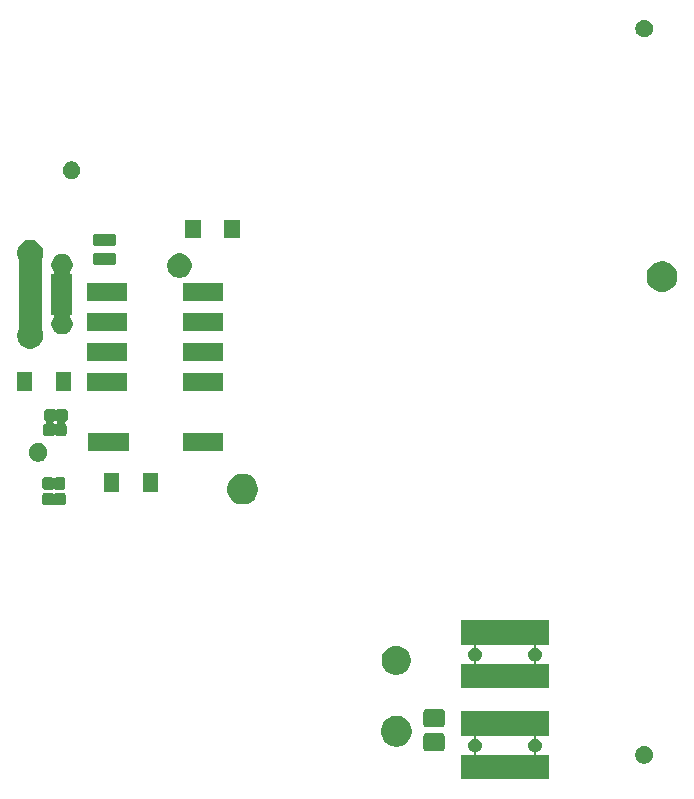
<source format=gbr>
G04 #@! TF.GenerationSoftware,KiCad,Pcbnew,5.1.6+dfsg1-1~bpo10+1*
G04 #@! TF.CreationDate,2021-03-28T20:23:35-04:00*
G04 #@! TF.ProjectId,RUSP_Daughterboard,52555350-5f44-4617-9567-68746572626f,rev?*
G04 #@! TF.SameCoordinates,Original*
G04 #@! TF.FileFunction,Soldermask,Bot*
G04 #@! TF.FilePolarity,Negative*
%FSLAX46Y46*%
G04 Gerber Fmt 4.6, Leading zero omitted, Abs format (unit mm)*
G04 Created by KiCad (PCBNEW 5.1.6+dfsg1-1~bpo10+1) date 2021-03-28 20:23:35*
%MOMM*%
%LPD*%
G01*
G04 APERTURE LIST*
%ADD10C,0.100000*%
G04 APERTURE END LIST*
D10*
G36*
X166945000Y-134397500D02*
G01*
X165946619Y-134397500D01*
X165922233Y-134399902D01*
X165898784Y-134407015D01*
X165877173Y-134418566D01*
X165858231Y-134434111D01*
X165842686Y-134453053D01*
X165831135Y-134474664D01*
X165824022Y-134498113D01*
X165821620Y-134522499D01*
X165824022Y-134546885D01*
X165831135Y-134570334D01*
X165842686Y-134591945D01*
X165858231Y-134610887D01*
X165877173Y-134626432D01*
X165898784Y-134637983D01*
X165909179Y-134642289D01*
X165909180Y-134642289D01*
X166014733Y-134686011D01*
X166109728Y-134749485D01*
X166190515Y-134830272D01*
X166253990Y-134925269D01*
X166297711Y-135030821D01*
X166320000Y-135142874D01*
X166320000Y-135257126D01*
X166315684Y-135278822D01*
X166297711Y-135369180D01*
X166253989Y-135474733D01*
X166190515Y-135569728D01*
X166109728Y-135650515D01*
X166014733Y-135713989D01*
X166014732Y-135713990D01*
X166014731Y-135713990D01*
X165898784Y-135762017D01*
X165877173Y-135773568D01*
X165858231Y-135789113D01*
X165842686Y-135808055D01*
X165831135Y-135829666D01*
X165824022Y-135853115D01*
X165821620Y-135877501D01*
X165824022Y-135901887D01*
X165831135Y-135925336D01*
X165842686Y-135946947D01*
X165858231Y-135965889D01*
X165877173Y-135981434D01*
X165898784Y-135992985D01*
X165922233Y-136000098D01*
X165946619Y-136002500D01*
X166945000Y-136002500D01*
X166945000Y-138077500D01*
X159455000Y-138077500D01*
X159455000Y-136002500D01*
X160453381Y-136002500D01*
X160477767Y-136000098D01*
X160501216Y-135992985D01*
X160522827Y-135981434D01*
X160541769Y-135965889D01*
X160557314Y-135946947D01*
X160568865Y-135925336D01*
X160575978Y-135901887D01*
X160578380Y-135877501D01*
X160575978Y-135853115D01*
X160568865Y-135829666D01*
X160557314Y-135808055D01*
X160541769Y-135789113D01*
X160522827Y-135773568D01*
X160501216Y-135762017D01*
X160385269Y-135713990D01*
X160385268Y-135713990D01*
X160385267Y-135713989D01*
X160290272Y-135650515D01*
X160209485Y-135569728D01*
X160146011Y-135474733D01*
X160102289Y-135369180D01*
X160084316Y-135278822D01*
X160080000Y-135257126D01*
X160080000Y-135142874D01*
X160102289Y-135030821D01*
X160146010Y-134925269D01*
X160209485Y-134830272D01*
X160290272Y-134749485D01*
X160385267Y-134686011D01*
X160490820Y-134642289D01*
X160490821Y-134642289D01*
X160501216Y-134637983D01*
X160522827Y-134626432D01*
X160541769Y-134610887D01*
X160557314Y-134591945D01*
X160568865Y-134570334D01*
X160575978Y-134546885D01*
X160578380Y-134522499D01*
X160741620Y-134522499D01*
X160744022Y-134546885D01*
X160751135Y-134570334D01*
X160762686Y-134591945D01*
X160778231Y-134610887D01*
X160797173Y-134626432D01*
X160818784Y-134637983D01*
X160829179Y-134642289D01*
X160829180Y-134642289D01*
X160934733Y-134686011D01*
X161029728Y-134749485D01*
X161110515Y-134830272D01*
X161173990Y-134925269D01*
X161217711Y-135030821D01*
X161240000Y-135142874D01*
X161240000Y-135257126D01*
X161235684Y-135278822D01*
X161217711Y-135369180D01*
X161173989Y-135474733D01*
X161110515Y-135569728D01*
X161029728Y-135650515D01*
X160934733Y-135713989D01*
X160934732Y-135713990D01*
X160934731Y-135713990D01*
X160818784Y-135762017D01*
X160797173Y-135773568D01*
X160778231Y-135789113D01*
X160762686Y-135808055D01*
X160751135Y-135829666D01*
X160744022Y-135853115D01*
X160741620Y-135877501D01*
X160744022Y-135901887D01*
X160751135Y-135925336D01*
X160762686Y-135946947D01*
X160778231Y-135965889D01*
X160797173Y-135981434D01*
X160818784Y-135992985D01*
X160842233Y-136000098D01*
X160866619Y-136002500D01*
X165533381Y-136002500D01*
X165557767Y-136000098D01*
X165581216Y-135992985D01*
X165602827Y-135981434D01*
X165621769Y-135965889D01*
X165637314Y-135946947D01*
X165648865Y-135925336D01*
X165655978Y-135901887D01*
X165658380Y-135877501D01*
X165655978Y-135853115D01*
X165648865Y-135829666D01*
X165637314Y-135808055D01*
X165621769Y-135789113D01*
X165602827Y-135773568D01*
X165581216Y-135762017D01*
X165465269Y-135713990D01*
X165465268Y-135713990D01*
X165465267Y-135713989D01*
X165370272Y-135650515D01*
X165289485Y-135569728D01*
X165226011Y-135474733D01*
X165182289Y-135369180D01*
X165164316Y-135278822D01*
X165160000Y-135257126D01*
X165160000Y-135142874D01*
X165182289Y-135030821D01*
X165226010Y-134925269D01*
X165289485Y-134830272D01*
X165370272Y-134749485D01*
X165465267Y-134686011D01*
X165570820Y-134642289D01*
X165570821Y-134642289D01*
X165581216Y-134637983D01*
X165602827Y-134626432D01*
X165621769Y-134610887D01*
X165637314Y-134591945D01*
X165648865Y-134570334D01*
X165655978Y-134546885D01*
X165658380Y-134522499D01*
X165655978Y-134498113D01*
X165648865Y-134474664D01*
X165637314Y-134453053D01*
X165621769Y-134434111D01*
X165602827Y-134418566D01*
X165581216Y-134407015D01*
X165557767Y-134399902D01*
X165533381Y-134397500D01*
X160866619Y-134397500D01*
X160842233Y-134399902D01*
X160818784Y-134407015D01*
X160797173Y-134418566D01*
X160778231Y-134434111D01*
X160762686Y-134453053D01*
X160751135Y-134474664D01*
X160744022Y-134498113D01*
X160741620Y-134522499D01*
X160578380Y-134522499D01*
X160575978Y-134498113D01*
X160568865Y-134474664D01*
X160557314Y-134453053D01*
X160541769Y-134434111D01*
X160522827Y-134418566D01*
X160501216Y-134407015D01*
X160477767Y-134399902D01*
X160453381Y-134397500D01*
X159455000Y-134397500D01*
X159455000Y-132322500D01*
X166945000Y-132322500D01*
X166945000Y-134397500D01*
G37*
G36*
X175218766Y-135278821D02*
G01*
X175355257Y-135335358D01*
X175478097Y-135417437D01*
X175582563Y-135521903D01*
X175664642Y-135644743D01*
X175721179Y-135781234D01*
X175750000Y-135926130D01*
X175750000Y-136073870D01*
X175721179Y-136218766D01*
X175664642Y-136355257D01*
X175582563Y-136478097D01*
X175478097Y-136582563D01*
X175355257Y-136664642D01*
X175218766Y-136721179D01*
X175073870Y-136750000D01*
X174926130Y-136750000D01*
X174781234Y-136721179D01*
X174644743Y-136664642D01*
X174521903Y-136582563D01*
X174417437Y-136478097D01*
X174335358Y-136355257D01*
X174278821Y-136218766D01*
X174250000Y-136073870D01*
X174250000Y-135926130D01*
X174278821Y-135781234D01*
X174335358Y-135644743D01*
X174417437Y-135521903D01*
X174521903Y-135417437D01*
X174644743Y-135335358D01*
X174781234Y-135278821D01*
X174926130Y-135250000D01*
X175073870Y-135250000D01*
X175218766Y-135278821D01*
G37*
G36*
X157885529Y-134155710D02*
G01*
X157935378Y-134170831D01*
X157981310Y-134195382D01*
X158021574Y-134228426D01*
X158054618Y-134268690D01*
X158079169Y-134314622D01*
X158094290Y-134364471D01*
X158100000Y-134422444D01*
X158100000Y-135427556D01*
X158094290Y-135485529D01*
X158079169Y-135535378D01*
X158054618Y-135581310D01*
X158021574Y-135621574D01*
X157981310Y-135654618D01*
X157935378Y-135679169D01*
X157885529Y-135694290D01*
X157827556Y-135700000D01*
X156572444Y-135700000D01*
X156514471Y-135694290D01*
X156464622Y-135679169D01*
X156418690Y-135654618D01*
X156378426Y-135621574D01*
X156345382Y-135581310D01*
X156320831Y-135535378D01*
X156305710Y-135485529D01*
X156300000Y-135427556D01*
X156300000Y-134422444D01*
X156305710Y-134364471D01*
X156320831Y-134314622D01*
X156345382Y-134268690D01*
X156378426Y-134228426D01*
X156418690Y-134195382D01*
X156464622Y-134170831D01*
X156514471Y-134155710D01*
X156572444Y-134150000D01*
X157827556Y-134150000D01*
X157885529Y-134155710D01*
G37*
G36*
X154253617Y-132724979D02*
G01*
X154379196Y-132749958D01*
X154615781Y-132847955D01*
X154828702Y-132990224D01*
X155009776Y-133171298D01*
X155152045Y-133384219D01*
X155250042Y-133620804D01*
X155300000Y-133871961D01*
X155300000Y-134128039D01*
X155250042Y-134379196D01*
X155152045Y-134615781D01*
X155009776Y-134828702D01*
X154828702Y-135009776D01*
X154615781Y-135152045D01*
X154379196Y-135250042D01*
X154253617Y-135275021D01*
X154128040Y-135300000D01*
X153871960Y-135300000D01*
X153746383Y-135275021D01*
X153620804Y-135250042D01*
X153384219Y-135152045D01*
X153171298Y-135009776D01*
X152990224Y-134828702D01*
X152847955Y-134615781D01*
X152749958Y-134379196D01*
X152700000Y-134128039D01*
X152700000Y-133871961D01*
X152749958Y-133620804D01*
X152847955Y-133384219D01*
X152990224Y-133171298D01*
X153171298Y-132990224D01*
X153384219Y-132847955D01*
X153620804Y-132749958D01*
X153746383Y-132724979D01*
X153871960Y-132700000D01*
X154128040Y-132700000D01*
X154253617Y-132724979D01*
G37*
G36*
X157885529Y-132105710D02*
G01*
X157935378Y-132120831D01*
X157981310Y-132145382D01*
X158021574Y-132178426D01*
X158054618Y-132218690D01*
X158079169Y-132264622D01*
X158094290Y-132314471D01*
X158100000Y-132372444D01*
X158100000Y-133377556D01*
X158094290Y-133435529D01*
X158079169Y-133485378D01*
X158054618Y-133531310D01*
X158021574Y-133571574D01*
X157981310Y-133604618D01*
X157935378Y-133629169D01*
X157885529Y-133644290D01*
X157827556Y-133650000D01*
X156572444Y-133650000D01*
X156514471Y-133644290D01*
X156464622Y-133629169D01*
X156418690Y-133604618D01*
X156378426Y-133571574D01*
X156345382Y-133531310D01*
X156320831Y-133485378D01*
X156305710Y-133435529D01*
X156300000Y-133377556D01*
X156300000Y-132372444D01*
X156305710Y-132314471D01*
X156320831Y-132264622D01*
X156345382Y-132218690D01*
X156378426Y-132178426D01*
X156418690Y-132145382D01*
X156464622Y-132120831D01*
X156514471Y-132105710D01*
X156572444Y-132100000D01*
X157827556Y-132100000D01*
X157885529Y-132105710D01*
G37*
G36*
X166945000Y-126697500D02*
G01*
X165946619Y-126697500D01*
X165922233Y-126699902D01*
X165898784Y-126707015D01*
X165877173Y-126718566D01*
X165858231Y-126734111D01*
X165842686Y-126753053D01*
X165831135Y-126774664D01*
X165824022Y-126798113D01*
X165821620Y-126822499D01*
X165824022Y-126846885D01*
X165831135Y-126870334D01*
X165842686Y-126891945D01*
X165858231Y-126910887D01*
X165877173Y-126926432D01*
X165898784Y-126937983D01*
X165909179Y-126942289D01*
X165909180Y-126942289D01*
X166014733Y-126986011D01*
X166109728Y-127049485D01*
X166190515Y-127130272D01*
X166253989Y-127225267D01*
X166297711Y-127330820D01*
X166320000Y-127442875D01*
X166320000Y-127557125D01*
X166297711Y-127669180D01*
X166253989Y-127774733D01*
X166190515Y-127869728D01*
X166109728Y-127950515D01*
X166014733Y-128013989D01*
X166014732Y-128013990D01*
X166014731Y-128013990D01*
X165898784Y-128062017D01*
X165877173Y-128073568D01*
X165858231Y-128089113D01*
X165842686Y-128108055D01*
X165831135Y-128129666D01*
X165824022Y-128153115D01*
X165821620Y-128177501D01*
X165824022Y-128201887D01*
X165831135Y-128225336D01*
X165842686Y-128246947D01*
X165858231Y-128265889D01*
X165877173Y-128281434D01*
X165898784Y-128292985D01*
X165922233Y-128300098D01*
X165946619Y-128302500D01*
X166945000Y-128302500D01*
X166945000Y-130377500D01*
X159455000Y-130377500D01*
X159455000Y-128302500D01*
X160453381Y-128302500D01*
X160477767Y-128300098D01*
X160501216Y-128292985D01*
X160522827Y-128281434D01*
X160541769Y-128265889D01*
X160557314Y-128246947D01*
X160568865Y-128225336D01*
X160575978Y-128201887D01*
X160578380Y-128177501D01*
X160575978Y-128153115D01*
X160568865Y-128129666D01*
X160557314Y-128108055D01*
X160541769Y-128089113D01*
X160522827Y-128073568D01*
X160501216Y-128062017D01*
X160385269Y-128013990D01*
X160385268Y-128013990D01*
X160385267Y-128013989D01*
X160290272Y-127950515D01*
X160209485Y-127869728D01*
X160146011Y-127774733D01*
X160102289Y-127669180D01*
X160080000Y-127557125D01*
X160080000Y-127442875D01*
X160102289Y-127330820D01*
X160146011Y-127225267D01*
X160209485Y-127130272D01*
X160290272Y-127049485D01*
X160385267Y-126986011D01*
X160490820Y-126942289D01*
X160490821Y-126942289D01*
X160501216Y-126937983D01*
X160522827Y-126926432D01*
X160541769Y-126910887D01*
X160557314Y-126891945D01*
X160568865Y-126870334D01*
X160575978Y-126846885D01*
X160578380Y-126822499D01*
X160741620Y-126822499D01*
X160744022Y-126846885D01*
X160751135Y-126870334D01*
X160762686Y-126891945D01*
X160778231Y-126910887D01*
X160797173Y-126926432D01*
X160818784Y-126937983D01*
X160829179Y-126942289D01*
X160829180Y-126942289D01*
X160934733Y-126986011D01*
X161029728Y-127049485D01*
X161110515Y-127130272D01*
X161173989Y-127225267D01*
X161217711Y-127330820D01*
X161240000Y-127442875D01*
X161240000Y-127557125D01*
X161217711Y-127669180D01*
X161173989Y-127774733D01*
X161110515Y-127869728D01*
X161029728Y-127950515D01*
X160934733Y-128013989D01*
X160934732Y-128013990D01*
X160934731Y-128013990D01*
X160818784Y-128062017D01*
X160797173Y-128073568D01*
X160778231Y-128089113D01*
X160762686Y-128108055D01*
X160751135Y-128129666D01*
X160744022Y-128153115D01*
X160741620Y-128177501D01*
X160744022Y-128201887D01*
X160751135Y-128225336D01*
X160762686Y-128246947D01*
X160778231Y-128265889D01*
X160797173Y-128281434D01*
X160818784Y-128292985D01*
X160842233Y-128300098D01*
X160866619Y-128302500D01*
X165533381Y-128302500D01*
X165557767Y-128300098D01*
X165581216Y-128292985D01*
X165602827Y-128281434D01*
X165621769Y-128265889D01*
X165637314Y-128246947D01*
X165648865Y-128225336D01*
X165655978Y-128201887D01*
X165658380Y-128177501D01*
X165655978Y-128153115D01*
X165648865Y-128129666D01*
X165637314Y-128108055D01*
X165621769Y-128089113D01*
X165602827Y-128073568D01*
X165581216Y-128062017D01*
X165465269Y-128013990D01*
X165465268Y-128013990D01*
X165465267Y-128013989D01*
X165370272Y-127950515D01*
X165289485Y-127869728D01*
X165226011Y-127774733D01*
X165182289Y-127669180D01*
X165160000Y-127557125D01*
X165160000Y-127442875D01*
X165182289Y-127330820D01*
X165226011Y-127225267D01*
X165289485Y-127130272D01*
X165370272Y-127049485D01*
X165465267Y-126986011D01*
X165570820Y-126942289D01*
X165570821Y-126942289D01*
X165581216Y-126937983D01*
X165602827Y-126926432D01*
X165621769Y-126910887D01*
X165637314Y-126891945D01*
X165648865Y-126870334D01*
X165655978Y-126846885D01*
X165658380Y-126822499D01*
X165655978Y-126798113D01*
X165648865Y-126774664D01*
X165637314Y-126753053D01*
X165621769Y-126734111D01*
X165602827Y-126718566D01*
X165581216Y-126707015D01*
X165557767Y-126699902D01*
X165533381Y-126697500D01*
X160866619Y-126697500D01*
X160842233Y-126699902D01*
X160818784Y-126707015D01*
X160797173Y-126718566D01*
X160778231Y-126734111D01*
X160762686Y-126753053D01*
X160751135Y-126774664D01*
X160744022Y-126798113D01*
X160741620Y-126822499D01*
X160578380Y-126822499D01*
X160575978Y-126798113D01*
X160568865Y-126774664D01*
X160557314Y-126753053D01*
X160541769Y-126734111D01*
X160522827Y-126718566D01*
X160501216Y-126707015D01*
X160477767Y-126699902D01*
X160453381Y-126697500D01*
X159455000Y-126697500D01*
X159455000Y-124622500D01*
X166945000Y-124622500D01*
X166945000Y-126697500D01*
G37*
G36*
X154236849Y-126798113D02*
G01*
X154357319Y-126822076D01*
X154417213Y-126846885D01*
X154580254Y-126914418D01*
X154780891Y-127048480D01*
X154951520Y-127219109D01*
X155085582Y-127419746D01*
X155177924Y-127642682D01*
X155225000Y-127879347D01*
X155225000Y-128120653D01*
X155177924Y-128357318D01*
X155085582Y-128580254D01*
X154951520Y-128780891D01*
X154780891Y-128951520D01*
X154580254Y-129085582D01*
X154449661Y-129139675D01*
X154357319Y-129177924D01*
X154120653Y-129225000D01*
X153879347Y-129225000D01*
X153642681Y-129177924D01*
X153550339Y-129139675D01*
X153419746Y-129085582D01*
X153219109Y-128951520D01*
X153048480Y-128780891D01*
X152914418Y-128580254D01*
X152822076Y-128357318D01*
X152775000Y-128120653D01*
X152775000Y-127879347D01*
X152822076Y-127642682D01*
X152914418Y-127419746D01*
X153048480Y-127219109D01*
X153219109Y-127048480D01*
X153419746Y-126914418D01*
X153582787Y-126846885D01*
X153642681Y-126822076D01*
X153763151Y-126798113D01*
X153879347Y-126775000D01*
X154120653Y-126775000D01*
X154236849Y-126798113D01*
G37*
G36*
X124885974Y-113834148D02*
G01*
X124920567Y-113844642D01*
X124960127Y-113865787D01*
X124966066Y-113869756D01*
X124988703Y-113879135D01*
X125012736Y-113883918D01*
X125037240Y-113883920D01*
X125061274Y-113879142D01*
X125083914Y-113869767D01*
X125089861Y-113865794D01*
X125129433Y-113844642D01*
X125164026Y-113834148D01*
X125206141Y-113830000D01*
X125813859Y-113830000D01*
X125855974Y-113834148D01*
X125890567Y-113844642D01*
X125922440Y-113861678D01*
X125950386Y-113884614D01*
X125973322Y-113912560D01*
X125990358Y-113944433D01*
X126000852Y-113979026D01*
X126005000Y-114021141D01*
X126005000Y-114678859D01*
X126000852Y-114720974D01*
X125990358Y-114755567D01*
X125973322Y-114787440D01*
X125950386Y-114815386D01*
X125922440Y-114838322D01*
X125890567Y-114855358D01*
X125855974Y-114865852D01*
X125813859Y-114870000D01*
X125206141Y-114870000D01*
X125164026Y-114865852D01*
X125129433Y-114855358D01*
X125089873Y-114834213D01*
X125083934Y-114830244D01*
X125061297Y-114820865D01*
X125037264Y-114816082D01*
X125012760Y-114816080D01*
X124988726Y-114820858D01*
X124966086Y-114830233D01*
X124960139Y-114834206D01*
X124920567Y-114855358D01*
X124885974Y-114865852D01*
X124843859Y-114870000D01*
X124236141Y-114870000D01*
X124194026Y-114865852D01*
X124159433Y-114855358D01*
X124127560Y-114838322D01*
X124099614Y-114815386D01*
X124076678Y-114787440D01*
X124059642Y-114755567D01*
X124049148Y-114720974D01*
X124045000Y-114678859D01*
X124045000Y-114021141D01*
X124049148Y-113979026D01*
X124059642Y-113944433D01*
X124076678Y-113912560D01*
X124099614Y-113884614D01*
X124127560Y-113861678D01*
X124159433Y-113844642D01*
X124194026Y-113834148D01*
X124236141Y-113830000D01*
X124843859Y-113830000D01*
X124885974Y-113834148D01*
G37*
G36*
X141253617Y-112224979D02*
G01*
X141379196Y-112249958D01*
X141615781Y-112347955D01*
X141828702Y-112490224D01*
X142009776Y-112671298D01*
X142152045Y-112884219D01*
X142250042Y-113120804D01*
X142300000Y-113371961D01*
X142300000Y-113628039D01*
X142250042Y-113879196D01*
X142152045Y-114115781D01*
X142009776Y-114328702D01*
X141828702Y-114509776D01*
X141615781Y-114652045D01*
X141379196Y-114750042D01*
X141329113Y-114760004D01*
X141128040Y-114800000D01*
X140871960Y-114800000D01*
X140670887Y-114760004D01*
X140620804Y-114750042D01*
X140384219Y-114652045D01*
X140171298Y-114509776D01*
X139990224Y-114328702D01*
X139847955Y-114115781D01*
X139749958Y-113879196D01*
X139700000Y-113628039D01*
X139700000Y-113371961D01*
X139749958Y-113120804D01*
X139847955Y-112884219D01*
X139990224Y-112671298D01*
X140171298Y-112490224D01*
X140384219Y-112347955D01*
X140620804Y-112249958D01*
X140746383Y-112224979D01*
X140871960Y-112200000D01*
X141128040Y-112200000D01*
X141253617Y-112224979D01*
G37*
G36*
X130525000Y-113750000D02*
G01*
X129225000Y-113750000D01*
X129225000Y-112150000D01*
X130525000Y-112150000D01*
X130525000Y-113750000D01*
G37*
G36*
X133825000Y-113750000D02*
G01*
X132525000Y-113750000D01*
X132525000Y-112150000D01*
X133825000Y-112150000D01*
X133825000Y-113750000D01*
G37*
G36*
X124875974Y-112509148D02*
G01*
X124910567Y-112519642D01*
X124950127Y-112540787D01*
X124956066Y-112544756D01*
X124978703Y-112554135D01*
X125002736Y-112558918D01*
X125027240Y-112558920D01*
X125051274Y-112554142D01*
X125073914Y-112544767D01*
X125079861Y-112540794D01*
X125119433Y-112519642D01*
X125154026Y-112509148D01*
X125196141Y-112505000D01*
X125803859Y-112505000D01*
X125845974Y-112509148D01*
X125880567Y-112519642D01*
X125912440Y-112536678D01*
X125940386Y-112559614D01*
X125963322Y-112587560D01*
X125980358Y-112619433D01*
X125990852Y-112654026D01*
X125995000Y-112696141D01*
X125995000Y-113353859D01*
X125990852Y-113395974D01*
X125980358Y-113430567D01*
X125963322Y-113462440D01*
X125940386Y-113490386D01*
X125912440Y-113513322D01*
X125880567Y-113530358D01*
X125845974Y-113540852D01*
X125803859Y-113545000D01*
X125196141Y-113545000D01*
X125154026Y-113540852D01*
X125119433Y-113530358D01*
X125079873Y-113509213D01*
X125073934Y-113505244D01*
X125051297Y-113495865D01*
X125027264Y-113491082D01*
X125002760Y-113491080D01*
X124978726Y-113495858D01*
X124956086Y-113505233D01*
X124950139Y-113509206D01*
X124910567Y-113530358D01*
X124875974Y-113540852D01*
X124833859Y-113545000D01*
X124226141Y-113545000D01*
X124184026Y-113540852D01*
X124149433Y-113530358D01*
X124117560Y-113513322D01*
X124089614Y-113490386D01*
X124066678Y-113462440D01*
X124049642Y-113430567D01*
X124039148Y-113395974D01*
X124035000Y-113353859D01*
X124035000Y-112696141D01*
X124039148Y-112654026D01*
X124049642Y-112619433D01*
X124066678Y-112587560D01*
X124089614Y-112559614D01*
X124117560Y-112536678D01*
X124149433Y-112519642D01*
X124184026Y-112509148D01*
X124226141Y-112505000D01*
X124833859Y-112505000D01*
X124875974Y-112509148D01*
G37*
G36*
X123903351Y-109610743D02*
G01*
X124048941Y-109671048D01*
X124179970Y-109758599D01*
X124291401Y-109870030D01*
X124378952Y-110001059D01*
X124439257Y-110146649D01*
X124470000Y-110301206D01*
X124470000Y-110458794D01*
X124439257Y-110613351D01*
X124378952Y-110758941D01*
X124291401Y-110889970D01*
X124179970Y-111001401D01*
X124048941Y-111088952D01*
X123903351Y-111149257D01*
X123748794Y-111180000D01*
X123591206Y-111180000D01*
X123436649Y-111149257D01*
X123291059Y-111088952D01*
X123160030Y-111001401D01*
X123048599Y-110889970D01*
X122961048Y-110758941D01*
X122900743Y-110613351D01*
X122870000Y-110458794D01*
X122870000Y-110301206D01*
X122900743Y-110146649D01*
X122961048Y-110001059D01*
X123048599Y-109870030D01*
X123160030Y-109758599D01*
X123291059Y-109671048D01*
X123436649Y-109610743D01*
X123591206Y-109580000D01*
X123748794Y-109580000D01*
X123903351Y-109610743D01*
G37*
G36*
X131330000Y-110285000D02*
G01*
X127930000Y-110285000D01*
X127930000Y-108775000D01*
X131330000Y-108775000D01*
X131330000Y-110285000D01*
G37*
G36*
X139330000Y-110285000D02*
G01*
X135930000Y-110285000D01*
X135930000Y-108775000D01*
X139330000Y-108775000D01*
X139330000Y-110285000D01*
G37*
G36*
X125050974Y-106734148D02*
G01*
X125085567Y-106744642D01*
X125125127Y-106765787D01*
X125131066Y-106769756D01*
X125153703Y-106779135D01*
X125177736Y-106783918D01*
X125202240Y-106783920D01*
X125226274Y-106779142D01*
X125248914Y-106769767D01*
X125254861Y-106765794D01*
X125294433Y-106744642D01*
X125329026Y-106734148D01*
X125371141Y-106730000D01*
X125978859Y-106730000D01*
X126020974Y-106734148D01*
X126055567Y-106744642D01*
X126087440Y-106761678D01*
X126115386Y-106784614D01*
X126138322Y-106812560D01*
X126155358Y-106844433D01*
X126165852Y-106879026D01*
X126170000Y-106921141D01*
X126170000Y-107578859D01*
X126165852Y-107620974D01*
X126155358Y-107655567D01*
X126138322Y-107687440D01*
X126115386Y-107715386D01*
X126087440Y-107738322D01*
X126055567Y-107755358D01*
X126031120Y-107762774D01*
X126008481Y-107772151D01*
X125988106Y-107785765D01*
X125970779Y-107803092D01*
X125957165Y-107823466D01*
X125947788Y-107846105D01*
X125943007Y-107870138D01*
X125943007Y-107894642D01*
X125947787Y-107918675D01*
X125957164Y-107941314D01*
X125970778Y-107961689D01*
X125988104Y-107979016D01*
X126025386Y-108009614D01*
X126048322Y-108037560D01*
X126065358Y-108069433D01*
X126075852Y-108104026D01*
X126080000Y-108146141D01*
X126080000Y-108803859D01*
X126075852Y-108845974D01*
X126065358Y-108880567D01*
X126048322Y-108912440D01*
X126025386Y-108940386D01*
X125997440Y-108963322D01*
X125965567Y-108980358D01*
X125930974Y-108990852D01*
X125888859Y-108995000D01*
X125281141Y-108995000D01*
X125239026Y-108990852D01*
X125204433Y-108980358D01*
X125164873Y-108959213D01*
X125158934Y-108955244D01*
X125136297Y-108945865D01*
X125112264Y-108941082D01*
X125087760Y-108941080D01*
X125063726Y-108945858D01*
X125041086Y-108955233D01*
X125035139Y-108959206D01*
X124995567Y-108980358D01*
X124960974Y-108990852D01*
X124918859Y-108995000D01*
X124311141Y-108995000D01*
X124269026Y-108990852D01*
X124234433Y-108980358D01*
X124202560Y-108963322D01*
X124174614Y-108940386D01*
X124151678Y-108912440D01*
X124134642Y-108880567D01*
X124124148Y-108845974D01*
X124120000Y-108803859D01*
X124120000Y-108146141D01*
X124124148Y-108104026D01*
X124134642Y-108069433D01*
X124151678Y-108037560D01*
X124174614Y-108009614D01*
X124202560Y-107986678D01*
X124234433Y-107969642D01*
X124258880Y-107962226D01*
X124281519Y-107952849D01*
X124301894Y-107939235D01*
X124319221Y-107921908D01*
X124332835Y-107901534D01*
X124342212Y-107878895D01*
X124343953Y-107870140D01*
X124973007Y-107870140D01*
X124973007Y-107894644D01*
X124977788Y-107918677D01*
X124987165Y-107941316D01*
X125000779Y-107961690D01*
X125018094Y-107979007D01*
X125020690Y-107981138D01*
X125041063Y-107994754D01*
X125063700Y-108004134D01*
X125087733Y-108008918D01*
X125112237Y-108008921D01*
X125136271Y-108004143D01*
X125158911Y-107994768D01*
X125164855Y-107990796D01*
X125168115Y-107989054D01*
X125188489Y-107975440D01*
X125193418Y-107970511D01*
X125217097Y-107965800D01*
X125228882Y-107962225D01*
X125251521Y-107952848D01*
X125271895Y-107939234D01*
X125289222Y-107921907D01*
X125302836Y-107901533D01*
X125312213Y-107878894D01*
X125316993Y-107854860D01*
X125316993Y-107830356D01*
X125312212Y-107806323D01*
X125302835Y-107783684D01*
X125289221Y-107763310D01*
X125271906Y-107745993D01*
X125269310Y-107743862D01*
X125248937Y-107730246D01*
X125226300Y-107720866D01*
X125202267Y-107716082D01*
X125177763Y-107716079D01*
X125153729Y-107720857D01*
X125131089Y-107730232D01*
X125125145Y-107734204D01*
X125121885Y-107735946D01*
X125101511Y-107749560D01*
X125096582Y-107754489D01*
X125072903Y-107759200D01*
X125061118Y-107762775D01*
X125038479Y-107772152D01*
X125018105Y-107785766D01*
X125000778Y-107803093D01*
X124987164Y-107823467D01*
X124977787Y-107846106D01*
X124973007Y-107870140D01*
X124343953Y-107870140D01*
X124346993Y-107854862D01*
X124346993Y-107830358D01*
X124342213Y-107806325D01*
X124332836Y-107783686D01*
X124319222Y-107763311D01*
X124301896Y-107745984D01*
X124264614Y-107715386D01*
X124241678Y-107687440D01*
X124224642Y-107655567D01*
X124214148Y-107620974D01*
X124210000Y-107578859D01*
X124210000Y-106921141D01*
X124214148Y-106879026D01*
X124224642Y-106844433D01*
X124241678Y-106812560D01*
X124264614Y-106784614D01*
X124292560Y-106761678D01*
X124324433Y-106744642D01*
X124359026Y-106734148D01*
X124401141Y-106730000D01*
X125008859Y-106730000D01*
X125050974Y-106734148D01*
G37*
G36*
X131202000Y-105205000D02*
G01*
X127802000Y-105205000D01*
X127802000Y-103695000D01*
X131202000Y-103695000D01*
X131202000Y-105205000D01*
G37*
G36*
X139330000Y-105205000D02*
G01*
X135930000Y-105205000D01*
X135930000Y-103695000D01*
X139330000Y-103695000D01*
X139330000Y-105205000D01*
G37*
G36*
X126500000Y-105200000D02*
G01*
X125200000Y-105200000D01*
X125200000Y-103600000D01*
X126500000Y-103600000D01*
X126500000Y-105200000D01*
G37*
G36*
X123200000Y-105200000D02*
G01*
X121900000Y-105200000D01*
X121900000Y-103600000D01*
X123200000Y-103600000D01*
X123200000Y-105200000D01*
G37*
G36*
X131202000Y-102665000D02*
G01*
X127802000Y-102665000D01*
X127802000Y-101155000D01*
X131202000Y-101155000D01*
X131202000Y-102665000D01*
G37*
G36*
X139330000Y-102665000D02*
G01*
X135930000Y-102665000D01*
X135930000Y-101155000D01*
X139330000Y-101155000D01*
X139330000Y-102665000D01*
G37*
G36*
X123320857Y-92442272D02*
G01*
X123521043Y-92525192D01*
X123521045Y-92525193D01*
X123611738Y-92585792D01*
X123701208Y-92645574D01*
X123854428Y-92798794D01*
X123951749Y-92944446D01*
X123967294Y-92963388D01*
X123976624Y-92971045D01*
X123977402Y-92978942D01*
X123984515Y-93002391D01*
X124057728Y-93179143D01*
X124100000Y-93391658D01*
X124100000Y-93608342D01*
X124057728Y-93820857D01*
X123984515Y-93997609D01*
X123977402Y-94021058D01*
X123975000Y-94045444D01*
X123975000Y-99954556D01*
X123977402Y-99978942D01*
X123984515Y-100002391D01*
X124057728Y-100179143D01*
X124100000Y-100391658D01*
X124100000Y-100608342D01*
X124057728Y-100820857D01*
X123984515Y-100997609D01*
X123977402Y-101021058D01*
X123976624Y-101028954D01*
X123967294Y-101036611D01*
X123951749Y-101055554D01*
X123854428Y-101201206D01*
X123701209Y-101354425D01*
X123521045Y-101474807D01*
X123521044Y-101474808D01*
X123521043Y-101474808D01*
X123320857Y-101557728D01*
X123108342Y-101600000D01*
X122891658Y-101600000D01*
X122679143Y-101557728D01*
X122478957Y-101474808D01*
X122478956Y-101474808D01*
X122478955Y-101474807D01*
X122298791Y-101354425D01*
X122145572Y-101201206D01*
X122048251Y-101055554D01*
X122032706Y-101036612D01*
X122023376Y-101028955D01*
X122022598Y-101021058D01*
X122015485Y-100997609D01*
X121942272Y-100820857D01*
X121900000Y-100608342D01*
X121900000Y-100391658D01*
X121942272Y-100179143D01*
X122015485Y-100002391D01*
X122022598Y-99978942D01*
X122025000Y-99954556D01*
X122025000Y-94045444D01*
X122022598Y-94021058D01*
X122015485Y-93997609D01*
X121942272Y-93820857D01*
X121900000Y-93608342D01*
X121900000Y-93391658D01*
X121942272Y-93179143D01*
X122015485Y-93002391D01*
X122022598Y-92978942D01*
X122023376Y-92971046D01*
X122032706Y-92963389D01*
X122048251Y-92944446D01*
X122145572Y-92798794D01*
X122298792Y-92645574D01*
X122388262Y-92585792D01*
X122478955Y-92525193D01*
X122478957Y-92525192D01*
X122679143Y-92442272D01*
X122891658Y-92400000D01*
X123108342Y-92400000D01*
X123320857Y-92442272D01*
G37*
G36*
X125905470Y-93619160D02*
G01*
X125963687Y-93630740D01*
X125968626Y-93632786D01*
X126128204Y-93698885D01*
X126276266Y-93797817D01*
X126402183Y-93923734D01*
X126501115Y-94071796D01*
X126541033Y-94168168D01*
X126554219Y-94200000D01*
X126569260Y-94236314D01*
X126604000Y-94410962D01*
X126604000Y-94589038D01*
X126587637Y-94671298D01*
X126569260Y-94763687D01*
X126501114Y-94928205D01*
X126402183Y-95076266D01*
X126399317Y-95080555D01*
X126387766Y-95102166D01*
X126380653Y-95125615D01*
X126378251Y-95150001D01*
X126380653Y-95174387D01*
X126387766Y-95197836D01*
X126399317Y-95219447D01*
X126414862Y-95238389D01*
X126433804Y-95253934D01*
X126455415Y-95265485D01*
X126478864Y-95272598D01*
X126503250Y-95275000D01*
X126550000Y-95275000D01*
X126550000Y-98725000D01*
X126503250Y-98725000D01*
X126478864Y-98727402D01*
X126455415Y-98734515D01*
X126433804Y-98746066D01*
X126414862Y-98761611D01*
X126399317Y-98780553D01*
X126387766Y-98802164D01*
X126380653Y-98825613D01*
X126378251Y-98849999D01*
X126380653Y-98874385D01*
X126387766Y-98897834D01*
X126399317Y-98919445D01*
X126501115Y-99071797D01*
X126569260Y-99236314D01*
X126604000Y-99410962D01*
X126604000Y-99589038D01*
X126569260Y-99763686D01*
X126501115Y-99928204D01*
X126402183Y-100076266D01*
X126276266Y-100202183D01*
X126128204Y-100301115D01*
X126031832Y-100341033D01*
X125963687Y-100369260D01*
X125905470Y-100380840D01*
X125789038Y-100404000D01*
X125610962Y-100404000D01*
X125494530Y-100380840D01*
X125436313Y-100369260D01*
X125368168Y-100341033D01*
X125271796Y-100301115D01*
X125123734Y-100202183D01*
X124997817Y-100076266D01*
X124898885Y-99928204D01*
X124830740Y-99763686D01*
X124796000Y-99589038D01*
X124796000Y-99410962D01*
X124830740Y-99236314D01*
X124898885Y-99071797D01*
X125000683Y-98919445D01*
X125012234Y-98897834D01*
X125019347Y-98874385D01*
X125021749Y-98849999D01*
X125019347Y-98825613D01*
X125012234Y-98802164D01*
X125000683Y-98780553D01*
X124985138Y-98761611D01*
X124966196Y-98746066D01*
X124944585Y-98734515D01*
X124921136Y-98727402D01*
X124896750Y-98725000D01*
X124800000Y-98725000D01*
X124800000Y-95275000D01*
X124896750Y-95275000D01*
X124921136Y-95272598D01*
X124944585Y-95265485D01*
X124966196Y-95253934D01*
X124985138Y-95238389D01*
X125000683Y-95219447D01*
X125012234Y-95197836D01*
X125019347Y-95174387D01*
X125021749Y-95150001D01*
X125019347Y-95125615D01*
X125012234Y-95102166D01*
X125000683Y-95080555D01*
X124997817Y-95076266D01*
X124898886Y-94928205D01*
X124830740Y-94763687D01*
X124812363Y-94671298D01*
X124796000Y-94589038D01*
X124796000Y-94410962D01*
X124830740Y-94236314D01*
X124845782Y-94200000D01*
X124858967Y-94168168D01*
X124898885Y-94071796D01*
X124997817Y-93923734D01*
X125123734Y-93797817D01*
X125271796Y-93698885D01*
X125431374Y-93632786D01*
X125436313Y-93630740D01*
X125494530Y-93619160D01*
X125610962Y-93596000D01*
X125789038Y-93596000D01*
X125905470Y-93619160D01*
G37*
G36*
X131202000Y-100125000D02*
G01*
X127802000Y-100125000D01*
X127802000Y-98615000D01*
X131202000Y-98615000D01*
X131202000Y-100125000D01*
G37*
G36*
X139330000Y-100125000D02*
G01*
X135930000Y-100125000D01*
X135930000Y-98615000D01*
X139330000Y-98615000D01*
X139330000Y-100125000D01*
G37*
G36*
X131202000Y-97585000D02*
G01*
X127802000Y-97585000D01*
X127802000Y-96075000D01*
X131202000Y-96075000D01*
X131202000Y-97585000D01*
G37*
G36*
X139330000Y-97585000D02*
G01*
X135930000Y-97585000D01*
X135930000Y-96075000D01*
X139330000Y-96075000D01*
X139330000Y-97585000D01*
G37*
G36*
X176879196Y-94249958D02*
G01*
X177115781Y-94347955D01*
X177328702Y-94490224D01*
X177509776Y-94671298D01*
X177652045Y-94884219D01*
X177750042Y-95120804D01*
X177800000Y-95371961D01*
X177800000Y-95628039D01*
X177750042Y-95879196D01*
X177652045Y-96115781D01*
X177509776Y-96328702D01*
X177328702Y-96509776D01*
X177115781Y-96652045D01*
X176879196Y-96750042D01*
X176753723Y-96775000D01*
X176628040Y-96800000D01*
X176371960Y-96800000D01*
X176246277Y-96775000D01*
X176120804Y-96750042D01*
X175884219Y-96652045D01*
X175671298Y-96509776D01*
X175490224Y-96328702D01*
X175347955Y-96115781D01*
X175249958Y-95879196D01*
X175200000Y-95628039D01*
X175200000Y-95371961D01*
X175249958Y-95120804D01*
X175347955Y-94884219D01*
X175490224Y-94671298D01*
X175671298Y-94490224D01*
X175884219Y-94347955D01*
X176120804Y-94249958D01*
X176371960Y-94200000D01*
X176628040Y-94200000D01*
X176879196Y-94249958D01*
G37*
G36*
X135769205Y-93529135D02*
G01*
X135951274Y-93565350D01*
X136142362Y-93644502D01*
X136314336Y-93759411D01*
X136460589Y-93905664D01*
X136575498Y-94077638D01*
X136654650Y-94268726D01*
X136695000Y-94471584D01*
X136695000Y-94678416D01*
X136654650Y-94881274D01*
X136575498Y-95072362D01*
X136460589Y-95244336D01*
X136314336Y-95390589D01*
X136142362Y-95505498D01*
X135951274Y-95584650D01*
X135773687Y-95619973D01*
X135748417Y-95625000D01*
X135541583Y-95625000D01*
X135516313Y-95619973D01*
X135338726Y-95584650D01*
X135147638Y-95505498D01*
X134975664Y-95390589D01*
X134829411Y-95244336D01*
X134714502Y-95072362D01*
X134635350Y-94881274D01*
X134595000Y-94678416D01*
X134595000Y-94471584D01*
X134635350Y-94268726D01*
X134714502Y-94077638D01*
X134829411Y-93905664D01*
X134975664Y-93759411D01*
X135147638Y-93644502D01*
X135338726Y-93565350D01*
X135520795Y-93529135D01*
X135541583Y-93525000D01*
X135748417Y-93525000D01*
X135769205Y-93529135D01*
G37*
G36*
X129160974Y-93484148D02*
G01*
X129195567Y-93494642D01*
X129235127Y-93515787D01*
X129241066Y-93519756D01*
X129263703Y-93529135D01*
X129287736Y-93533918D01*
X129312240Y-93533920D01*
X129336274Y-93529142D01*
X129358914Y-93519767D01*
X129364861Y-93515794D01*
X129404433Y-93494642D01*
X129439026Y-93484148D01*
X129481141Y-93480000D01*
X130088859Y-93480000D01*
X130130974Y-93484148D01*
X130165567Y-93494642D01*
X130197440Y-93511678D01*
X130225386Y-93534614D01*
X130248322Y-93562560D01*
X130265358Y-93594433D01*
X130275852Y-93629026D01*
X130280000Y-93671141D01*
X130280000Y-94328859D01*
X130275852Y-94370974D01*
X130265358Y-94405567D01*
X130248322Y-94437440D01*
X130225386Y-94465386D01*
X130197440Y-94488322D01*
X130165567Y-94505358D01*
X130130974Y-94515852D01*
X130088859Y-94520000D01*
X129481141Y-94520000D01*
X129439026Y-94515852D01*
X129404433Y-94505358D01*
X129364873Y-94484213D01*
X129358934Y-94480244D01*
X129336297Y-94470865D01*
X129312264Y-94466082D01*
X129287760Y-94466080D01*
X129263726Y-94470858D01*
X129241086Y-94480233D01*
X129235139Y-94484206D01*
X129195567Y-94505358D01*
X129160974Y-94515852D01*
X129118859Y-94520000D01*
X128511141Y-94520000D01*
X128469026Y-94515852D01*
X128434433Y-94505358D01*
X128402560Y-94488322D01*
X128374614Y-94465386D01*
X128351678Y-94437440D01*
X128334642Y-94405567D01*
X128324148Y-94370974D01*
X128320000Y-94328859D01*
X128320000Y-93671141D01*
X128324148Y-93629026D01*
X128334642Y-93594433D01*
X128351678Y-93562560D01*
X128374614Y-93534614D01*
X128402560Y-93511678D01*
X128434433Y-93494642D01*
X128469026Y-93484148D01*
X128511141Y-93480000D01*
X129118859Y-93480000D01*
X129160974Y-93484148D01*
G37*
G36*
X129160974Y-91884148D02*
G01*
X129195567Y-91894642D01*
X129235127Y-91915787D01*
X129241066Y-91919756D01*
X129263703Y-91929135D01*
X129287736Y-91933918D01*
X129312240Y-91933920D01*
X129336274Y-91929142D01*
X129358914Y-91919767D01*
X129364861Y-91915794D01*
X129404433Y-91894642D01*
X129439026Y-91884148D01*
X129481141Y-91880000D01*
X130088859Y-91880000D01*
X130130974Y-91884148D01*
X130165567Y-91894642D01*
X130197440Y-91911678D01*
X130225386Y-91934614D01*
X130248322Y-91962560D01*
X130265358Y-91994433D01*
X130275852Y-92029026D01*
X130280000Y-92071141D01*
X130280000Y-92728859D01*
X130275852Y-92770974D01*
X130265358Y-92805567D01*
X130248322Y-92837440D01*
X130225386Y-92865386D01*
X130197440Y-92888322D01*
X130165567Y-92905358D01*
X130130974Y-92915852D01*
X130088859Y-92920000D01*
X129481141Y-92920000D01*
X129439026Y-92915852D01*
X129404433Y-92905358D01*
X129364873Y-92884213D01*
X129358934Y-92880244D01*
X129336297Y-92870865D01*
X129312264Y-92866082D01*
X129287760Y-92866080D01*
X129263726Y-92870858D01*
X129241086Y-92880233D01*
X129235139Y-92884206D01*
X129195567Y-92905358D01*
X129160974Y-92915852D01*
X129118859Y-92920000D01*
X128511141Y-92920000D01*
X128469026Y-92915852D01*
X128434433Y-92905358D01*
X128402560Y-92888322D01*
X128374614Y-92865386D01*
X128351678Y-92837440D01*
X128334642Y-92805567D01*
X128324148Y-92770974D01*
X128320000Y-92728859D01*
X128320000Y-92071141D01*
X128324148Y-92029026D01*
X128334642Y-91994433D01*
X128351678Y-91962560D01*
X128374614Y-91934614D01*
X128402560Y-91911678D01*
X128434433Y-91894642D01*
X128469026Y-91884148D01*
X128511141Y-91880000D01*
X129118859Y-91880000D01*
X129160974Y-91884148D01*
G37*
G36*
X140750000Y-92275000D02*
G01*
X139450000Y-92275000D01*
X139450000Y-90675000D01*
X140750000Y-90675000D01*
X140750000Y-92275000D01*
G37*
G36*
X137450000Y-92275000D02*
G01*
X136150000Y-92275000D01*
X136150000Y-90675000D01*
X137450000Y-90675000D01*
X137450000Y-92275000D01*
G37*
G36*
X126718766Y-85778821D02*
G01*
X126855257Y-85835358D01*
X126978097Y-85917437D01*
X127082563Y-86021903D01*
X127164642Y-86144743D01*
X127221179Y-86281234D01*
X127250000Y-86426130D01*
X127250000Y-86573870D01*
X127221179Y-86718766D01*
X127164642Y-86855257D01*
X127082563Y-86978097D01*
X126978097Y-87082563D01*
X126855257Y-87164642D01*
X126718766Y-87221179D01*
X126573870Y-87250000D01*
X126426130Y-87250000D01*
X126281234Y-87221179D01*
X126144743Y-87164642D01*
X126021903Y-87082563D01*
X125917437Y-86978097D01*
X125835358Y-86855257D01*
X125778821Y-86718766D01*
X125750000Y-86573870D01*
X125750000Y-86426130D01*
X125778821Y-86281234D01*
X125835358Y-86144743D01*
X125917437Y-86021903D01*
X126021903Y-85917437D01*
X126144743Y-85835358D01*
X126281234Y-85778821D01*
X126426130Y-85750000D01*
X126573870Y-85750000D01*
X126718766Y-85778821D01*
G37*
G36*
X175218766Y-73778821D02*
G01*
X175355257Y-73835358D01*
X175478097Y-73917437D01*
X175582563Y-74021903D01*
X175664642Y-74144743D01*
X175721179Y-74281234D01*
X175750000Y-74426130D01*
X175750000Y-74573870D01*
X175721179Y-74718766D01*
X175664642Y-74855257D01*
X175582563Y-74978097D01*
X175478097Y-75082563D01*
X175355257Y-75164642D01*
X175218766Y-75221179D01*
X175073870Y-75250000D01*
X174926130Y-75250000D01*
X174781234Y-75221179D01*
X174644743Y-75164642D01*
X174521903Y-75082563D01*
X174417437Y-74978097D01*
X174335358Y-74855257D01*
X174278821Y-74718766D01*
X174250000Y-74573870D01*
X174250000Y-74426130D01*
X174278821Y-74281234D01*
X174335358Y-74144743D01*
X174417437Y-74021903D01*
X174521903Y-73917437D01*
X174644743Y-73835358D01*
X174781234Y-73778821D01*
X174926130Y-73750000D01*
X175073870Y-73750000D01*
X175218766Y-73778821D01*
G37*
M02*

</source>
